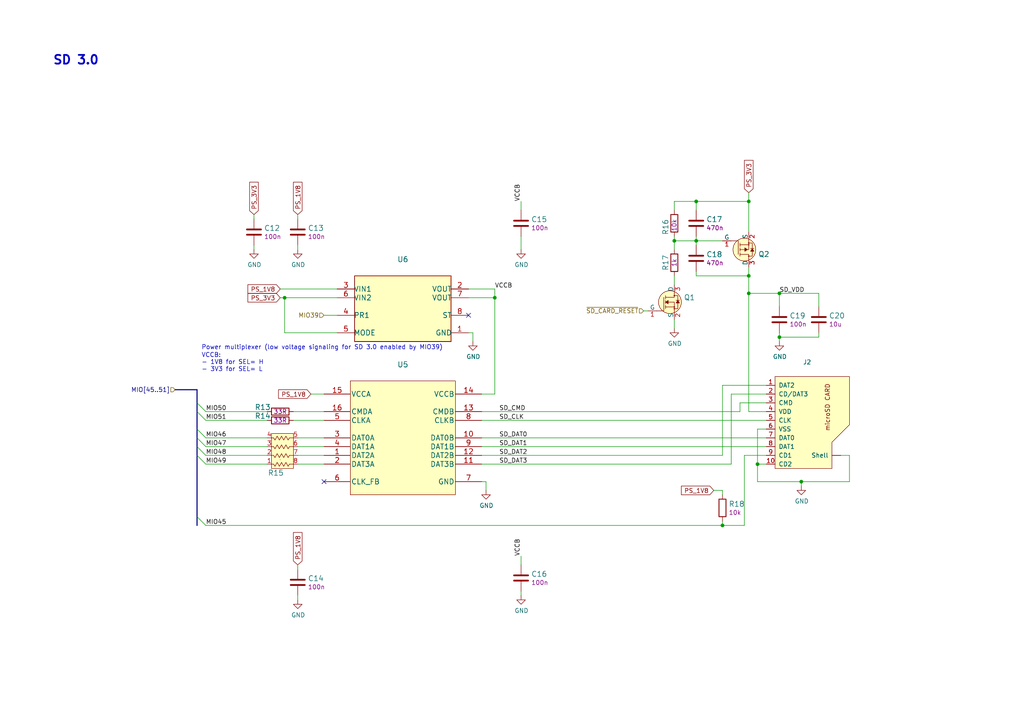
<source format=kicad_sch>
(kicad_sch (version 20211123) (generator eeschema)
  (paper "A4")
  (title_block (title "SD 3.0 card") (comment 1 "www.antmicro.com") (comment 2 "Antmicro Ltd."))
  (lib_symbols
    (symbol "kria-k26-devboard:1140084168" (pin_names (offset 1.016))
      (property "Reference" "J" (at -8.89 15.24 0))
      (property "Value" "1140084168" (at -3.81 -13.97 0))
      (symbol "1140084168_0_1"
        (polyline (pts (xy -10.16 13.97) (xy -10.16 -12.7) (xy -2.54 -12.7) (xy 1.27 -12.7) (xy 6.35 -12.7) (xy 6.35 -5.08) (xy 11.43 0) (xy 11.43 13.97) (xy -10.16 13.97)) (fill (type background)))
      )
      (symbol "1140084168_1_0"
        (text "microSD CARD" (at 5.08 5.08 900) (effects (font (size 1.27 1.27))))
      )
      (symbol "1140084168_1_1"
        (pin bidirectional line (at -12.7 11.43 0) (length 2.54) (name "DAT2") (number "1"))
        (pin passive line (at -12.7 -11.43 0) (length 2.54) (name "CD2") (number "10"))
        (pin bidirectional line (at -12.7 8.89 0) (length 2.54) (name "CD/DAT3") (number "2"))
        (pin bidirectional line (at -12.7 6.35 0) (length 2.54) (name "CMD") (number "3"))
        (pin power_in line (at -12.7 3.81 0) (length 2.54) (name "VDD") (number "4"))
        (pin output line (at -12.7 1.27 0) (length 2.54) (name "CLK") (number "5"))
        (pin power_in line (at -12.7 -1.27 0) (length 2.54) (name "VSS") (number "6"))
        (pin bidirectional line (at -12.7 -3.81 0) (length 2.54) (name "DAT0") (number "7"))
        (pin bidirectional line (at -12.7 -6.35 0) (length 2.54) (name "DAT1") (number "8"))
        (pin passive line (at -12.7 -8.89 0) (length 2.54) (name "CD1") (number "9"))
        (pin passive line (at 8.89 -8.89 180) (length 2.54) (name "Shell") (number "~"))
      )
    )
    (symbol "kria-k26-devboard:4x33R_0201_array" (pin_names (offset 1.016))
      (property "Reference" "R" (at -5.08 13.97 0))
      (property "Value" "4x33R_0201_array" (at 0 -2.54 0))
      (symbol "4x33R_0201_array_0_1"
        (rectangle (start -3.81 11.43) (end 2.54 1.27) (fill (type background)))
        (rectangle (start -1.27 8.89) (end -1.27 8.89))
        (polyline (pts (xy -3.81 7.62) (xy -3.175 7.62) (xy -2.794 8.255) (xy -2.159 7.112) (xy -1.524 8.255) (xy -0.889 7.112) (xy -0.254 8.255) (xy 0.381 7.112) (xy 1.016 8.255) (xy 1.397 7.62) (xy 2.413 7.62)))
      )
      (symbol "4x33R_0201_array_1_1"
        (polyline (pts (xy -3.81 2.54) (xy -3.175 2.54) (xy -2.794 3.175) (xy -2.159 2.032) (xy -1.524 3.175) (xy -0.889 2.032) (xy -0.254 3.175) (xy 0.381 2.032) (xy 1.016 3.175) (xy 1.397 2.54) (xy 2.413 2.54)))
        (polyline (pts (xy -3.81 5.08) (xy -3.175 5.08) (xy -2.794 5.715) (xy -2.159 4.572) (xy -1.524 5.715) (xy -0.889 4.572) (xy -0.254 5.715) (xy 0.381 4.572) (xy 1.016 5.715) (xy 1.397 5.08) (xy 2.413 5.08)))
        (polyline (pts (xy -3.81 10.16) (xy -3.175 10.16) (xy -2.794 10.795) (xy -2.159 9.652) (xy -1.524 10.795) (xy -0.889 9.652) (xy -0.254 10.795) (xy 0.381 9.652) (xy 1.016 10.795) (xy 1.397 10.16) (xy 2.413 10.16)))
        (pin passive line (at -5.08 10.16 0) (length 1.27) (name "~") (number "1"))
        (pin passive line (at -5.08 7.62 0) (length 1.27) (name "~") (number "2"))
        (pin passive line (at -5.08 5.08 0) (length 1.27) (name "~") (number "3"))
        (pin passive line (at -5.08 2.54 0) (length 1.27) (name "~") (number "4"))
        (pin passive line (at 3.81 2.54 180) (length 1.27) (name "~") (number "5"))
        (pin passive line (at 3.81 5.08 180) (length 1.27) (name "~") (number "6"))
        (pin passive line (at 3.81 7.62 180) (length 1.27) (name "~") (number "7"))
        (pin passive line (at 3.81 10.16 180) (length 1.27) (name "~") (number "8"))
      )
    )
    (symbol "kria-k26-devboard:AO3401A" (pin_names (offset 0))
      (property "Reference" "Q" (at -2.6924 3.6322 0))
      (property "Value" "AO3401A" (at 3.4544 0 90))
      (symbol "AO3401A_0_1"
        (circle (center -1.27 0) (radius 3.302) (fill (type background)))
        (circle (center 0 -1.905) (radius 0.127))
        (circle (center 0 -1.397) (radius 0.127))
        (polyline (pts (xy 0 -1.397) (xy -2.54 -1.397)))
        (polyline (pts (xy -5.08 -2.54) (xy -3.048 -2.54) (xy -3.048 1.397)))
        (polyline (pts (xy 0 -2.54) (xy 0 0) (xy -2.54 0)))
        (polyline (pts (xy 0 2.54) (xy 0 1.397) (xy -2.54 1.397)))
        (polyline (pts (xy -0.127 -1.905) (xy 1.016 -1.905) (xy 1.016 1.397) (xy 1.016 1.905) (xy -0.127 1.905)))
        (circle (center 0 1.905) (radius 0.127))
      )
      (symbol "AO3401A_1_1"
        (polyline (pts (xy -2.54 -1.397) (xy -2.54 -1.905)))
        (polyline (pts (xy -2.54 -1.397) (xy -2.54 -0.889)))
        (polyline (pts (xy -2.54 0) (xy -2.54 -0.508)))
        (polyline (pts (xy -2.54 0) (xy -2.54 0.508)))
        (polyline (pts (xy -2.54 1.905) (xy -2.54 0.889)))
        (polyline (pts (xy 1.524 -0.3048) (xy 0.508 -0.3048)))
        (polyline (pts (xy -0.381 0) (xy -1.143 0.508) (xy -1.143 -0.508) (xy -0.381 0)) (fill (type outline)))
        (polyline (pts (xy 1.016 -0.254) (xy 0.508 0.508) (xy 1.524 0.508) (xy 1.016 -0.254)) (fill (type outline)))
        (pin bidirectional line (at -7.62 -2.54 0) (length 2.54) (name "G") (number "1"))
        (pin bidirectional line (at 0 -5.08 90) (length 2.54) (name "S") (number "2"))
        (pin bidirectional line (at 0 5.08 270) (length 2.54) (name "D") (number "3"))
      )
    )
    (symbol "kria-k26-devboard:BSS123" (pin_names (offset 0))
      (property "Reference" "Q" (at -2.6924 3.6322 0))
      (property "Value" "BSS123" (at 3.4544 0 90))
      (symbol "BSS123_0_1"
        (circle (center -1.27 0) (radius 3.302) (fill (type background)))
        (circle (center 0 -1.905) (radius 0.127))
        (circle (center 0 -1.397) (radius 0.127))
        (polyline (pts (xy 0 -1.397) (xy -2.54 -1.397)))
        (polyline (pts (xy -5.08 -2.54) (xy -3.048 -2.54) (xy -3.048 1.397)))
        (polyline (pts (xy 0 -2.54) (xy 0 0) (xy -2.54 0)))
        (polyline (pts (xy 0 2.54) (xy 0 1.397) (xy -2.54 1.397)))
        (polyline (pts (xy -0.127 -1.905) (xy 1.016 -1.905) (xy 1.016 1.397) (xy 1.016 1.905) (xy -0.127 1.905)))
        (circle (center 0 1.905) (radius 0.127))
      )
      (symbol "BSS123_1_1"
        (polyline (pts (xy -2.54 -1.397) (xy -2.54 -1.905)))
        (polyline (pts (xy -2.54 -1.397) (xy -2.54 -0.889)))
        (polyline (pts (xy -2.54 0) (xy -2.54 -0.508)))
        (polyline (pts (xy -2.54 0) (xy -2.54 0.508)))
        (polyline (pts (xy -2.54 1.905) (xy -2.54 0.889)))
        (polyline (pts (xy 1.524 0.508) (xy 0.508 0.508)))
        (polyline (pts (xy -2.54 0) (xy -1.778 0.508) (xy -1.778 -0.508) (xy -2.54 0)) (fill (type outline)))
        (polyline (pts (xy 1.016 0.508) (xy 0.508 -0.254) (xy 1.524 -0.254) (xy 1.016 0.508)) (fill (type outline)))
        (pin bidirectional line (at -7.62 -2.54 0) (length 2.54) (name "G") (number "1"))
        (pin bidirectional line (at 0 -5.08 90) (length 2.54) (name "S") (number "2"))
        (pin bidirectional line (at 0 5.08 270) (length 2.54) (name "D") (number "3"))
      )
    )
    (symbol "kria-k26-devboard:C_100n_0402" (pin_names (offset 0))
      (property "Reference" "C" (at -1.397 3.429 0))
      (property "Val" "100n" (at 0 -2.54 0))
      (symbol "C_100n_0402_1_1"
        (polyline (pts (xy -2.032 -0.762) (xy 2.032 -0.762)) (stroke (width 0.508)))
        (polyline (pts (xy -2.032 0.762) (xy 2.032 0.762)) (stroke (width 0.508)))
        (pin passive line (at 0 3.81 270) (length 2.794) (name "~") (number "1"))
        (pin passive line (at 0 -3.81 90) (length 2.794) (name "~") (number "2"))
      )
    )
    (symbol "kria-k26-devboard:C_10u_0603" (pin_names (offset 0))
      (property "Reference" "C" (at -1.397 3.429 0))
      (property "Val" "10u" (at 0 -2.54 0))
      (symbol "C_10u_0603_1_1"
        (polyline (pts (xy -2.032 -0.762) (xy 2.032 -0.762)) (stroke (width 0.508)))
        (polyline (pts (xy -2.032 0.762) (xy 2.032 0.762)) (stroke (width 0.508)))
        (pin passive line (at 0 3.81 270) (length 2.794) (name "~") (number "1"))
        (pin passive line (at 0 -3.81 90) (length 2.794) (name "~") (number "2"))
      )
    )
    (symbol "kria-k26-devboard:C_470n_0402" (pin_names (offset 0))
      (property "Reference" "C" (at -1.397 3.429 0))
      (property "Val" "470n" (at 0 -2.54 0))
      (symbol "C_470n_0402_1_1"
        (polyline (pts (xy -2.032 -0.762) (xy 2.032 -0.762)) (stroke (width 0.508)))
        (polyline (pts (xy -2.032 0.762) (xy 2.032 0.762)) (stroke (width 0.508)))
        (pin passive line (at 0 3.81 270) (length 2.794) (name "~") (number "1"))
        (pin passive line (at 0 -3.81 90) (length 2.794) (name "~") (number "2"))
      )
    )
    (symbol "kria-k26-devboard:GND" (power) (pin_names (offset 0))
      (property "Value" "GND" (at 0 -3.81 0))
      (symbol "GND_0_1"
        (polyline (pts (xy 0 0) (xy 0 -1.27) (xy 1.27 -1.27) (xy 0 -2.54) (xy -1.27 -1.27) (xy 0 -1.27)))
      )
      (symbol "GND_1_1"
        (pin power_in line (at 0 0 270) (length 0) hide (name "GND") (number "1"))
      )
    )
    (symbol "kria-k26-devboard:NVT4858HKZ" (pin_names (offset 0.254))
      (property "Reference" "U" (at 22.86 10.16 0))
      (property "Value" "NVT4858HKZ" (at 22.86 7.62 0))
      (symbol "NVT4858HKZ_1_1"
        (rectangle (start 7.62 5.08) (end 38.1 -27.94) (fill (type background)))
        (pin bidirectional line (at 0 -16.51 0) (length 7.62) (name "DAT2A") (number "1"))
        (pin bidirectional line (at 45.72 -11.43 180) (length 7.62) (name "DAT0B") (number "10"))
        (pin bidirectional line (at 45.72 -19.05 180) (length 7.62) (name "DAT3B") (number "11"))
        (pin bidirectional line (at 45.72 -16.51 180) (length 7.62) (name "DAT2B") (number "12"))
        (pin bidirectional line (at 45.72 -3.81 180) (length 7.62) (name "CMDB") (number "13"))
        (pin power_in line (at 45.72 1.27 180) (length 7.62) (name "VCCB") (number "14"))
        (pin power_in line (at 0 1.27 0) (length 7.62) (name "VCCA") (number "15"))
        (pin bidirectional line (at 0 -3.81 0) (length 7.62) (name "CMDA") (number "16"))
        (pin bidirectional line (at 0 -19.05 0) (length 7.62) (name "DAT3A") (number "2"))
        (pin bidirectional line (at 0 -11.43 0) (length 7.62) (name "DAT0A") (number "3"))
        (pin bidirectional line (at 0 -13.97 0) (length 7.62) (name "DAT1A") (number "4"))
        (pin input line (at 0 -6.35 0) (length 7.62) (name "CLKA") (number "5"))
        (pin output line (at 0 -24.13 0) (length 7.62) (name "CLK_FB") (number "6"))
        (pin power_in line (at 45.72 -24.13 180) (length 7.62) (name "GND") (number "7"))
        (pin output line (at 45.72 -6.35 180) (length 7.62) (name "CLKB") (number "8"))
        (pin bidirectional line (at 45.72 -13.97 180) (length 7.62) (name "DAT1B") (number "9"))
      )
    )
    (symbol "kria-k26-devboard:R_10k_0402" (pin_names (offset 0))
      (property "Reference" "R" (at -1.397 3.429 0))
      (property "Val" "10k" (at 0 -2.54 0))
      (symbol "R_10k_0402_1_1"
        (rectangle (start 2.54 -1.016) (end -2.54 1.016) (stroke (width 0.254)))
        (pin passive line (at -3.81 0 0) (length 1.27) (name "~") (number "1"))
        (pin passive line (at 3.81 0 180) (length 1.27) (name "~") (number "2"))
      )
    )
    (symbol "kria-k26-devboard:R_1k_0402" (pin_names (offset 0))
      (property "Reference" "R" (at -1.397 3.429 0))
      (property "Val" "1k" (at 0 -2.54 0))
      (symbol "R_1k_0402_1_1"
        (rectangle (start 2.54 -1.016) (end -2.54 1.016) (stroke (width 0.254)))
        (pin passive line (at -3.81 0 0) (length 1.27) (name "~") (number "1"))
        (pin passive line (at 3.81 0 180) (length 1.27) (name "~") (number "2"))
      )
    )
    (symbol "kria-k26-devboard:R_33R_0402" (pin_names (offset 0))
      (property "Reference" "R" (at -1.397 3.429 0))
      (property "Val" "33R" (at 0 -2.54 0))
      (symbol "R_33R_0402_1_1"
        (rectangle (start 2.54 -1.016) (end -2.54 1.016) (stroke (width 0.254)))
        (pin passive line (at -3.81 0 0) (length 1.27) (name "~") (number "1"))
        (pin passive line (at 3.81 0 180) (length 1.27) (name "~") (number "2"))
      )
    )
    (symbol "kria-k26-devboard:TPS2116DRLR" (pin_names (offset -0.254))
      (property "Reference" "U" (at 6.35 7.62 0))
      (property "Value" "TPS2116DRLR" (at 13.97 5.08 0))
      (symbol "TPS2116DRLR_0_1"
        (rectangle (start 5.08 3.81) (end 33.02 -15.24) (fill (type background)))
      )
      (symbol "TPS2116DRLR_1_1"
        (polyline (pts (xy 5.08 -15.24) (xy 33.02 -15.24)) (stroke (width 0.2032)))
        (polyline (pts (xy 5.08 3.81) (xy 5.08 -15.24)) (stroke (width 0.2032)))
        (polyline (pts (xy 33.02 -15.24) (xy 33.02 3.81)) (stroke (width 0.2032)))
        (polyline (pts (xy 33.02 3.81) (xy 5.08 3.81)) (stroke (width 0.2032)))
        (pin power_in line (at 38.1 -12.7 180) (length 5.08) (name "GND") (number "1"))
        (pin unspecified line (at 38.1 0 180) (length 5.08) (name "VOUT") (number "2"))
        (pin power_in line (at 0 0 0) (length 5.08) (name "VIN1") (number "3"))
        (pin input line (at 0 -7.62 0) (length 5.08) (name "PR1") (number "4"))
        (pin input line (at 0 -12.7 0) (length 5.08) (name "MODE") (number "5"))
        (pin power_in line (at 0 -2.54 0) (length 5.08) (name "VIN2") (number "6"))
        (pin unspecified line (at 38.1 -2.54 180) (length 5.08) (name "VOUT") (number "7"))
        (pin output line (at 38.1 -7.62 180) (length 5.08) (name "ST") (number "8"))
      )
    )
  )
  (junction (at 232.41 139.7))
  (junction (at 143.51 86.36))
  (junction (at 201.93 69.85))
  (junction (at 217.17 80.01))
  (junction (at 219.71 134.62))
  (junction (at 195.58 69.85))
  (junction (at 82.55 86.36))
  (junction (at 217.17 58.42))
  (junction (at 226.06 97.79))
  (junction (at 217.17 85.09))
  (junction (at 209.55 152.4))
  (junction (at 226.06 85.09))
  (junction (at 201.93 58.42))
  (no_connect (at 93.98 139.7))
  (no_connect (at 135.89 91.44))
  (bus_entry (at 57.15 116.84) (size 2.54 2.54))
  (bus_entry (at 57.15 127) (size 2.54 2.54))
  (bus_entry (at 57.15 149.86) (size 2.54 2.54))
  (bus_entry (at 57.15 119.38) (size 2.54 2.54))
  (bus_entry (at 57.15 124.46) (size 2.54 2.54))
  (bus_entry (at 57.15 129.54) (size 2.54 2.54))
  (bus_entry (at 57.15 132.08) (size 2.54 2.54))
  (wire (pts (xy 232.41 139.7) (xy 219.71 139.7)))
  (bus (pts (xy 57.15 149.86) (xy 57.15 152.4)))
  (wire (pts (xy 209.55 152.4) (xy 209.55 151.13)))
  (bus (pts (xy 57.15 127) (xy 57.15 129.54)))
  (wire (pts (xy 143.51 86.36) (xy 143.51 114.3)))
  (wire (pts (xy 151.13 163.83) (xy 151.13 161.29)))
  (wire (pts (xy 217.17 80.01) (xy 217.17 77.47)))
  (wire (pts (xy 209.55 143.51) (xy 209.55 142.24)))
  (wire (pts (xy 195.58 58.42) (xy 195.58 60.96)))
  (wire (pts (xy 226.06 97.79) (xy 237.49 97.79)))
  (wire (pts (xy 139.7 134.62) (xy 212.09 134.62)))
  (bus (pts (xy 57.15 124.46) (xy 57.15 127)))
  (wire (pts (xy 219.71 134.62) (xy 219.71 139.7)))
  (wire (pts (xy 81.28 86.36) (xy 82.55 86.36)))
  (wire (pts (xy 86.36 63.5) (xy 86.36 62.23)))
  (wire (pts (xy 201.93 69.85) (xy 201.93 68.58)))
  (wire (pts (xy 86.36 173.99) (xy 86.36 172.72)))
  (wire (pts (xy 86.36 134.62) (xy 93.98 134.62)))
  (wire (pts (xy 201.93 78.74) (xy 201.93 80.01)))
  (bus (pts (xy 57.15 113.03) (xy 57.15 116.84)))
  (wire (pts (xy 217.17 58.42) (xy 217.17 67.31)))
  (wire (pts (xy 226.06 99.06) (xy 226.06 97.79)))
  (wire (pts (xy 209.55 132.08) (xy 209.55 111.76)))
  (wire (pts (xy 59.69 129.54) (xy 77.47 129.54)))
  (wire (pts (xy 82.55 86.36) (xy 82.55 96.52)))
  (wire (pts (xy 137.16 99.06) (xy 137.16 96.52)))
  (wire (pts (xy 82.55 96.52) (xy 97.79 96.52)))
  (wire (pts (xy 237.49 85.09) (xy 226.06 85.09)))
  (bus (pts (xy 50.8 113.03) (xy 57.15 113.03)))
  (wire (pts (xy 135.89 86.36) (xy 143.51 86.36)))
  (wire (pts (xy 209.55 152.4) (xy 215.9 152.4)))
  (wire (pts (xy 151.13 171.45) (xy 151.13 172.72)))
  (wire (pts (xy 59.69 127) (xy 77.47 127)))
  (wire (pts (xy 201.93 58.42) (xy 195.58 58.42)))
  (wire (pts (xy 212.09 134.62) (xy 212.09 114.3)))
  (wire (pts (xy 222.25 129.54) (xy 139.7 129.54)))
  (wire (pts (xy 135.89 83.82) (xy 143.51 83.82)))
  (wire (pts (xy 222.25 134.62) (xy 219.71 134.62)))
  (wire (pts (xy 86.36 129.54) (xy 93.98 129.54)))
  (wire (pts (xy 151.13 68.58) (xy 151.13 72.39)))
  (wire (pts (xy 232.41 140.97) (xy 232.41 139.7)))
  (wire (pts (xy 151.13 60.96) (xy 151.13 58.42)))
  (wire (pts (xy 219.71 124.46) (xy 219.71 134.62)))
  (wire (pts (xy 90.17 114.3) (xy 93.98 114.3)))
  (wire (pts (xy 212.09 114.3) (xy 222.25 114.3)))
  (wire (pts (xy 59.69 152.4) (xy 209.55 152.4)))
  (wire (pts (xy 209.55 111.76) (xy 222.25 111.76)))
  (wire (pts (xy 222.25 124.46) (xy 219.71 124.46)))
  (wire (pts (xy 195.58 69.85) (xy 201.93 69.85)))
  (wire (pts (xy 85.09 119.38) (xy 93.98 119.38)))
  (bus (pts (xy 57.15 119.38) (xy 57.15 124.46)))
  (wire (pts (xy 81.28 83.82) (xy 97.79 83.82)))
  (wire (pts (xy 140.97 139.7) (xy 139.7 139.7)))
  (wire (pts (xy 139.7 119.38) (xy 214.63 119.38)))
  (wire (pts (xy 201.93 80.01) (xy 217.17 80.01)))
  (wire (pts (xy 137.16 96.52) (xy 135.89 96.52)))
  (bus (pts (xy 57.15 129.54) (xy 57.15 132.08)))
  (wire (pts (xy 201.93 71.12) (xy 201.93 69.85)))
  (wire (pts (xy 214.63 119.38) (xy 214.63 116.84)))
  (wire (pts (xy 195.58 69.85) (xy 195.58 68.58)))
  (wire (pts (xy 217.17 85.09) (xy 217.17 119.38)))
  (wire (pts (xy 207.01 142.24) (xy 209.55 142.24)))
  (bus (pts (xy 57.15 116.84) (xy 57.15 119.38)))
  (wire (pts (xy 201.93 69.85) (xy 209.55 69.85)))
  (wire (pts (xy 93.98 121.92) (xy 85.09 121.92)))
  (wire (pts (xy 186.69 90.17) (xy 187.96 90.17)))
  (wire (pts (xy 246.38 139.7) (xy 232.41 139.7)))
  (wire (pts (xy 215.9 152.4) (xy 215.9 132.08)))
  (wire (pts (xy 73.66 63.5) (xy 73.66 62.23)))
  (wire (pts (xy 140.97 142.24) (xy 140.97 139.7)))
  (wire (pts (xy 246.38 132.08) (xy 246.38 139.7)))
  (wire (pts (xy 86.36 165.1) (xy 86.36 163.83)))
  (wire (pts (xy 86.36 132.08) (xy 93.98 132.08)))
  (wire (pts (xy 59.69 134.62) (xy 77.47 134.62)))
  (wire (pts (xy 237.49 88.9) (xy 237.49 85.09)))
  (wire (pts (xy 222.25 121.92) (xy 139.7 121.92)))
  (wire (pts (xy 217.17 85.09) (xy 226.06 85.09)))
  (wire (pts (xy 243.84 132.08) (xy 246.38 132.08)))
  (wire (pts (xy 143.51 83.82) (xy 143.51 86.36)))
  (wire (pts (xy 195.58 95.25) (xy 195.58 92.71)))
  (wire (pts (xy 215.9 132.08) (xy 222.25 132.08)))
  (wire (pts (xy 195.58 72.39) (xy 195.58 69.85)))
  (wire (pts (xy 195.58 80.01) (xy 195.58 82.55)))
  (wire (pts (xy 86.36 127) (xy 93.98 127)))
  (wire (pts (xy 59.69 132.08) (xy 77.47 132.08)))
  (wire (pts (xy 82.55 86.36) (xy 97.79 86.36)))
  (wire (pts (xy 139.7 132.08) (xy 209.55 132.08)))
  (wire (pts (xy 143.51 114.3) (xy 139.7 114.3)))
  (bus (pts (xy 57.15 132.08) (xy 57.15 149.86)))
  (wire (pts (xy 201.93 58.42) (xy 217.17 58.42)))
  (wire (pts (xy 201.93 60.96) (xy 201.93 58.42)))
  (wire (pts (xy 226.06 97.79) (xy 226.06 96.52)))
  (wire (pts (xy 217.17 58.42) (xy 217.17 55.88)))
  (wire (pts (xy 217.17 80.01) (xy 217.17 85.09)))
  (wire (pts (xy 222.25 119.38) (xy 217.17 119.38)))
  (wire (pts (xy 226.06 85.09) (xy 226.06 88.9)))
  (wire (pts (xy 237.49 97.79) (xy 237.49 96.52)))
  (wire (pts (xy 59.69 121.92) (xy 77.47 121.92)))
  (wire (pts (xy 139.7 127) (xy 222.25 127)))
  (wire (pts (xy 97.79 91.44) (xy 93.98 91.44)))
  (wire (pts (xy 73.66 72.39) (xy 73.66 71.12)))
  (wire (pts (xy 86.36 72.39) (xy 86.36 71.12)))
  (wire (pts (xy 214.63 116.84) (xy 222.25 116.84)))
  (wire (pts (xy 59.69 119.38) (xy 77.47 119.38)))
  (text "SD 3.0" (at 15.24 19.05 0) (effects (font (size 2.54 2.54) (thickness 0.508) bold) (justify left bottom)))
  (text "Power multiplexer (low voltage signaling for SD 3.0 enabled by MIO39)" (at 58.42 101.6 0) (effects (font (size 1.27 1.27)) (justify left bottom)))
  (text "VCCB:\n- 1V8 for SEL= H\n- 3V3 for SEL= L" (at 58.42 107.95 0) (effects (font (size 1.27 1.27)) (justify left bottom)))
  (label "MIO47" (at 59.69 129.54 0))
  (label "MIO49" (at 59.69 134.62 0))
  (label "SD_VDD" (at 226.06 85.09 0))
  (label "VCCB" (at 143.51 83.82 0))
  (label "MIO46" (at 59.69 127 0))
  (label "VCCB" (at 151.13 58.42 90))
  (label "SD_CMD" (at 144.78 119.38 0))
  (label "MIO51" (at 59.69 121.92 0))
  (label "SD_DAT1" (at 144.78 129.54 0))
  (label "VCCB" (at 151.13 161.29 90))
  (label "MIO48" (at 59.69 132.08 0))
  (label "MIO50" (at 59.69 119.38 0))
  (label "SD_CLK" (at 144.78 121.92 0))
  (label "SD_DAT0" (at 144.78 127 0))
  (label "SD_DAT3" (at 144.78 134.62 0))
  (label "MIO45" (at 59.69 152.4 0))
  (label "SD_DAT2" (at 144.78 132.08 0))
  (global_label "PS_1V8" (shape input) (at 86.36 62.23 90) (property "Intersheet References" "${INTERSHEET_REFS}" (effects hide)))
  (global_label "PS_1V8" (shape input) (at 86.36 163.83 90) (property "Intersheet References" "${INTERSHEET_REFS}" (effects hide)))
  (global_label "PS_3V3" (shape input) (at 73.66 62.23 90) (property "Intersheet References" "${INTERSHEET_REFS}" (effects hide)))
  (global_label "PS_1V8" (shape input) (at 90.17 114.3 180) (property "Intersheet References" "${INTERSHEET_REFS}" (effects hide)))
  (global_label "PS_1V8" (shape input) (at 207.01 142.24 180) (property "Intersheet References" "${INTERSHEET_REFS}" (effects hide)))
  (global_label "PS_3V3" (shape input) (at 217.17 55.88 90) (property "Intersheet References" "${INTERSHEET_REFS}" (effects hide)))
  (global_label "PS_3V3" (shape input) (at 81.28 86.36 180) (property "Intersheet References" "${INTERSHEET_REFS}" (effects hide)))
  (global_label "PS_1V8" (shape input) (at 81.28 83.82 180) (property "Intersheet References" "${INTERSHEET_REFS}" (effects hide)))
  (hierarchical_label "MIO39" (shape input) (at 93.98 91.44 180))
  (hierarchical_label "~{SD_CARD_RESET}" (shape input) (at 186.69 90.17 180))
  (hierarchical_label "MIO[45..51]" (shape input) (at 50.8 113.03 180))
  (symbol (lib_id "kria-k26-devboard:NVT4858HKZ") (at 93.98 115.57 0) (unit 1)
    (property "Reference" "U5" (at 116.84 105.7402 0) (effects (font (size 1.524 1.524))))
    (property "Datasheet" "https://www.nxp.com/docs/en/data-sheet/NVT4858DS.pdf" (effects hide))
    (property "Manufacturer" "NXP" (effects hide))
    (property "MNP" "NVT4858HKZ" (effects hide))
  )
  (symbol (lib_id "kria-k26-devboard:1140084168") (at 234.95 123.19 0) (unit 1)
    (property "Reference" "J2" (at 234.1118 105.029 0))
    (property "MPN" "1140084168" (effects hide))
    (property "Manufacturer" "Amphenol" (effects hide))
  )
  (symbol (lib_id "kria-k26-devboard:TPS2116DRLR") (at 97.79 83.82 0) (unit 1)
    (property "Reference" "U6" (at 116.84 75.2348 0) (effects (font (size 1.524 1.524))))
    (property "Datasheet" "https://www.ti.com/lit/ds/symlink/tps2116.pdf?ts=1647438832100&ref_url=https%253A%252F%252Fwww.ti.com%252Fproduct%252FTPS2116" (effects hide))
    (property "Manufacturer" "Texas Instruments" (effects hide))
    (property "MPN" "TPS2116DRLR" (effects hide))
  )
  (symbol (lib_id "kria-k26-devboard:GND") (at 137.16 99.06 0) (unit 1)
    (property "Reference" "#PWR027" (effects hide))
  )
  (symbol (lib_id "kria-k26-devboard:R_33R_0402") (at 81.28 121.92 0) (unit 1)
    (property "Reference" "R14" (at 76.2 120.65 0) (effects (font (size 1.524 1.524))))
    (property "Manufacturer" "Vishay" (effects hide))
    (property "MPN" "CRCW040233R0FKED" (effects hide))
    (property "Val" "33R" (at 81.28 121.92 0))
  )
  (symbol (lib_id "kria-k26-devboard:R_33R_0402") (at 81.28 119.38 0) (unit 1)
    (property "Reference" "R13" (at 76.2 118.11 0) (effects (font (size 1.524 1.524))))
    (property "Manufacturer" "Vishay" (effects hide))
    (property "MPN" "CRCW040233R0FKED" (effects hide))
    (property "Val" "33R" (at 81.28 119.38 0))
  )
  (symbol (lib_id "kria-k26-devboard:GND") (at 140.97 142.24 0) (unit 1)
    (property "Reference" "#PWR028" (effects hide))
  )
  (symbol (lib_id "kria-k26-devboard:C_100n_0402") (at 73.66 67.31 0) (unit 1)
    (property "Reference" "C12" (at 76.581 66.167 0) (effects (font (size 1.524 1.524)) (justify left)))
    (property "Manufacturer" "Murata" (effects hide))
    (property "MPN" "GRM155R61H104KE14D" (effects hide))
    (property "Val" "100n" (at 76.581 68.6562 0) (effects (justify left)))
  )
  (symbol (lib_id "kria-k26-devboard:C_100n_0402") (at 86.36 67.31 0) (unit 1)
    (property "Reference" "C13" (at 89.281 66.167 0) (effects (font (size 1.524 1.524)) (justify left)))
    (property "Manufacturer" "Murata" (effects hide))
    (property "MPN" "GRM155R61H104KE14D" (effects hide))
    (property "Val" "100n" (at 89.281 68.6562 0) (effects (justify left)))
  )
  (symbol (lib_id "kria-k26-devboard:C_100n_0402") (at 151.13 64.77 0) (unit 1)
    (property "Reference" "C15" (at 154.051 63.627 0) (effects (font (size 1.524 1.524)) (justify left)))
    (property "Manufacturer" "Murata" (effects hide))
    (property "MPN" "GRM155R61H104KE14D" (effects hide))
    (property "Val" "100n" (at 154.051 66.1162 0) (effects (justify left)))
  )
  (symbol (lib_id "kria-k26-devboard:GND") (at 73.66 72.39 0) (unit 1)
    (property "Reference" "#PWR024" (effects hide))
  )
  (symbol (lib_id "kria-k26-devboard:GND") (at 86.36 72.39 0) (unit 1)
    (property "Reference" "#PWR025" (effects hide))
  )
  (symbol (lib_id "kria-k26-devboard:C_100n_0402") (at 226.06 92.71 0) (unit 1)
    (property "Reference" "C19" (at 228.981 91.567 0) (effects (font (size 1.524 1.524)) (justify left)))
    (property "Manufacturer" "Murata" (effects hide))
    (property "MPN" "GRM155R61H104KE14D" (effects hide))
    (property "Val" "100n" (at 228.981 94.0562 0) (effects (justify left)))
  )
  (symbol (lib_id "kria-k26-devboard:GND") (at 226.06 99.06 0) (unit 1)
    (property "Reference" "#PWR032" (effects hide))
  )
  (symbol (lib_id "kria-k26-devboard:C_10u_0603") (at 237.49 92.71 0) (unit 1)
    (property "Reference" "C20" (at 240.411 91.567 0) (effects (font (size 1.524 1.524)) (justify left)))
    (property "Manufacturer" "Murata" (effects hide))
    (property "MPN" "GRM188R61A106KE69D" (effects hide))
    (property "Val" "10u" (at 240.411 94.0562 0) (effects (justify left)))
  )
  (symbol (lib_id "kria-k26-devboard:GND") (at 151.13 72.39 0) (unit 1)
    (property "Reference" "#PWR029" (effects hide))
  )
  (symbol (lib_id "kria-k26-devboard:GND") (at 232.41 140.97 0) (unit 1)
    (property "Reference" "#PWR033" (effects hide))
  )
  (symbol (lib_id "kria-k26-devboard:R_10k_0402") (at 209.55 147.32 270) (unit 1)
    (property "Reference" "R18" (at 211.328 146.177 90) (effects (font (size 1.524 1.524)) (justify left)))
    (property "Manufacturer" "VISHAY" (effects hide))
    (property "MPN" "CRCW040210K0FKEDHP" (effects hide))
    (property "Val" "10k" (at 211.328 148.6662 90) (effects (justify left)))
  )
  (symbol (lib_id "kria-k26-devboard:4x33R_0201_array") (at 82.55 124.46 0) (mirror x) (unit 1)
    (property "Reference" "R15" (at 80.01 137.16 0) (effects (font (size 1.524 1.524))))
    (property "Datasheet" "http://industrial.panasonic.com/cdbs/www-data/pdf/AOC0000/AOC0000C14.pdf" (effects hide))
    (property "MPN" "EXB-18V330JX" (effects hide))
    (property "Manufacturer" "Panasonic" (effects hide))
  )
  (symbol (lib_id "kria-k26-devboard:R_1k_0402") (at 195.58 76.2 90) (unit 1)
    (property "Reference" "R17" (at 193.04 76.2 0) (effects (font (size 1.524 1.524))))
    (property "Manufacturer" "BOURNS" (effects hide))
    (property "MPN" "CR0402-FX-1001GLF" (effects hide))
    (property "Val" "1k" (at 195.58 76.2 0))
  )
  (symbol (lib_id "kria-k26-devboard:GND") (at 195.58 95.25 0) (unit 1)
    (property "Reference" "#PWR031" (effects hide))
  )
  (symbol (lib_id "kria-k26-devboard:C_470n_0402") (at 201.93 64.77 0) (unit 1)
    (property "Reference" "C17" (at 204.851 63.627 0) (effects (font (size 1.524 1.524)) (justify left)))
    (property "Manufacturer" "TDK" (effects hide))
    (property "MPN" "C1005X5R1E474M050BB" (effects hide))
    (property "Val" "470n" (at 204.851 66.1162 0) (effects (justify left)))
  )
  (symbol (lib_id "kria-k26-devboard:R_10k_0402") (at 195.58 64.77 270) (unit 1)
    (property "Reference" "R16" (at 193.04 63.5 0) (effects (font (size 1.524 1.524)) (justify left)))
    (property "Manufacturer" "VISHAY" (effects hide))
    (property "MPN" "CRCW040210K0FKEDHP" (effects hide))
    (property "Val" "10k" (at 195.58 63.5 0) (effects (justify left)))
  )
  (symbol (lib_id "kria-k26-devboard:AO3401A") (at 217.17 72.39 0) (mirror x) (unit 1)
    (property "Reference" "Q2" (at 219.9132 73.7362 0) (effects (font (size 1.524 1.524)) (justify left)))
    (property "Datasheet" "http://aosmd.com/res/data_sheets/AO3401A.pdf" (effects hide))
    (property "MPN" "AO3401A" (effects hide))
    (property "Manufacturer" "Alpha & Omega Semiconductor Inc." (effects hide))
  )
  (symbol (lib_id "kria-k26-devboard:BSS123") (at 195.58 87.63 0) (unit 1)
    (property "Reference" "Q1" (at 198.3232 86.2838 0) (effects (font (size 1.524 1.524)) (justify left)))
    (property "Datasheet" "https://www.onsemi.com/pub/Collateral/BSS123-D.PDF" (effects hide))
    (property "MPN" "BSS123" (effects hide))
    (property "Manufacturer" "ON Semiconductor" (effects hide))
  )
  (symbol (lib_id "kria-k26-devboard:C_470n_0402") (at 201.93 74.93 0) (unit 1)
    (property "Reference" "C18" (at 204.851 73.787 0) (effects (font (size 1.524 1.524)) (justify left)))
    (property "Manufacturer" "TDK" (effects hide))
    (property "MPN" "C1005X5R1E474M050BB" (effects hide))
    (property "Val" "470n" (at 204.851 76.2762 0) (effects (justify left)))
  )
  (symbol (lib_id "kria-k26-devboard:C_100n_0402") (at 86.36 168.91 0) (unit 1)
    (property "Reference" "C14" (at 89.281 167.767 0) (effects (font (size 1.524 1.524)) (justify left)))
    (property "Manufacturer" "Murata" (effects hide))
    (property "MPN" "GRM155R61H104KE14D" (effects hide))
    (property "Val" "100n" (at 89.281 170.2562 0) (effects (justify left)))
  )
  (symbol (lib_id "kria-k26-devboard:GND") (at 86.36 173.99 0) (unit 1)
    (property "Reference" "#PWR026" (effects hide))
  )
  (symbol (lib_id "kria-k26-devboard:C_100n_0402") (at 151.13 167.64 0) (unit 1)
    (property "Reference" "C16" (at 154.051 166.497 0) (effects (font (size 1.524 1.524)) (justify left)))
    (property "Manufacturer" "Murata" (effects hide))
    (property "MPN" "GRM155R61H104KE14D" (effects hide))
    (property "Val" "100n" (at 154.051 168.9862 0) (effects (justify left)))
  )
  (symbol (lib_id "kria-k26-devboard:GND") (at 151.13 172.72 0) (unit 1)
    (property "Reference" "#PWR030" (effects hide))
  )
)
</source>
